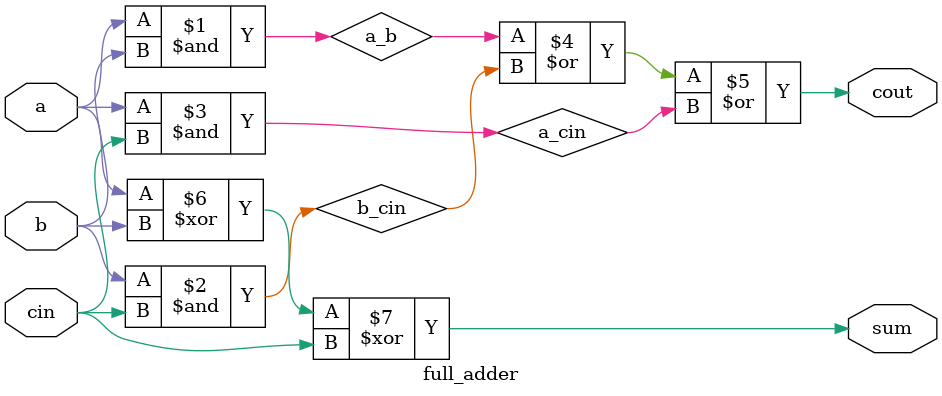
<source format=v>

module full_adder(sum, cout, a, b, cin);
	// Ports
	input a;
	input b;
	input cin;
	output cout;
	output sum;

	wire a_b, b_cin, a_cin;

	and(a_b, a, b);
	and(b_cin, b, cin);
	and(a_cin, a, cin);
	or(cout, a_b, b_cin, a_cin);

	xor(sum, a, b, cin);
endmodule

</source>
